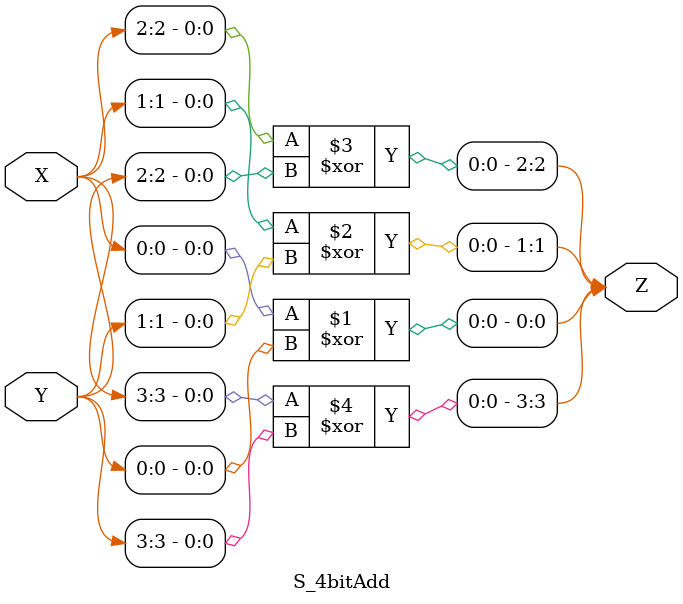
<source format=v>
module S_4bitAdd(X,Y,Z);
  
  input[3:0]X,Y;
  
  output [3:0]Z;
  
  xor x1(Z[0],X[0],Y[0]);
  
  xor x2(Z[1],X[1],Y[1]);
  
  xor x3(Z[2],X[2],Y[2]);
  
  xor x4(Z[3],X[3],Y[3]);
  
endmodule 
</source>
